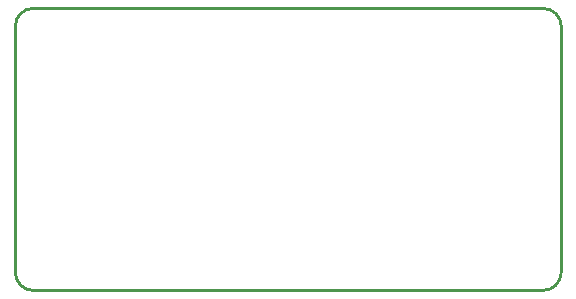
<source format=gko>
G04*
G04 #@! TF.GenerationSoftware,Altium Limited,Altium Designer,22.2.1 (43)*
G04*
G04 Layer_Color=16711935*
%FSLAX25Y25*%
%MOIN*%
G70*
G04*
G04 #@! TF.SameCoordinates,5BB0EFD5-3206-4E1C-A6FC-55E40B3CF44B*
G04*
G04*
G04 #@! TF.FilePolarity,Positive*
G04*
G01*
G75*
%ADD10C,0.01000*%
D10*
X-6000Y-41000D02*
G03*
X0Y-47000I6000J0D01*
G01*
Y47000D02*
G03*
X-6000Y41000I0J-6000D01*
G01*
X176000D02*
G03*
X170000Y47000I-6000J0D01*
G01*
Y-47000D02*
G03*
X176000Y-41000I0J6000D01*
G01*
X-6000D02*
Y41000D01*
X0Y47000D02*
X170000D01*
X0Y-47000D02*
X170000D01*
X176000Y-41000D02*
Y41000D01*
M02*

</source>
